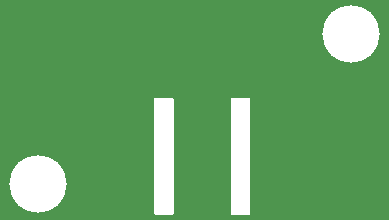
<source format=gbr>
G04 EAGLE Gerber RS-274X export*
G75*
%MOMM*%
%FSLAX34Y34*%
%LPD*%
%INSoldermask Bottom*%
%IPNEG*%
%AMOC8*
5,1,8,0,0,1.08239X$1,22.5*%
G01*
%ADD10C,0.851600*%
%ADD11C,4.851600*%

G36*
X204290Y-623D02*
X204290Y-623D01*
X204356Y-621D01*
X204399Y-603D01*
X204446Y-595D01*
X204503Y-561D01*
X204563Y-536D01*
X204598Y-505D01*
X204639Y-480D01*
X204681Y-429D01*
X204729Y-385D01*
X204751Y-343D01*
X204780Y-306D01*
X204801Y-244D01*
X204832Y-185D01*
X204840Y-131D01*
X204852Y-94D01*
X204851Y-54D01*
X204859Y0D01*
X204859Y97500D01*
X204848Y97565D01*
X204846Y97631D01*
X204828Y97674D01*
X204820Y97721D01*
X204786Y97778D01*
X204761Y97838D01*
X204730Y97873D01*
X204705Y97914D01*
X204654Y97956D01*
X204610Y98004D01*
X204568Y98026D01*
X204531Y98055D01*
X204469Y98076D01*
X204410Y98107D01*
X204356Y98115D01*
X204319Y98127D01*
X204279Y98126D01*
X204225Y98134D01*
X189225Y98134D01*
X189160Y98123D01*
X189094Y98121D01*
X189051Y98103D01*
X189004Y98095D01*
X188947Y98061D01*
X188887Y98036D01*
X188852Y98005D01*
X188811Y97980D01*
X188770Y97929D01*
X188721Y97885D01*
X188699Y97843D01*
X188670Y97806D01*
X188649Y97744D01*
X188618Y97685D01*
X188610Y97631D01*
X188598Y97594D01*
X188599Y97554D01*
X188591Y97500D01*
X188591Y0D01*
X188602Y-65D01*
X188604Y-131D01*
X188622Y-174D01*
X188630Y-221D01*
X188664Y-278D01*
X188689Y-338D01*
X188720Y-373D01*
X188745Y-414D01*
X188796Y-456D01*
X188840Y-504D01*
X188882Y-526D01*
X188919Y-555D01*
X188981Y-576D01*
X189040Y-607D01*
X189094Y-615D01*
X189131Y-627D01*
X189171Y-626D01*
X189225Y-634D01*
X204225Y-634D01*
X204290Y-623D01*
G37*
G36*
X139290Y-623D02*
X139290Y-623D01*
X139356Y-621D01*
X139399Y-603D01*
X139446Y-595D01*
X139503Y-561D01*
X139563Y-536D01*
X139598Y-505D01*
X139639Y-480D01*
X139681Y-429D01*
X139729Y-385D01*
X139751Y-343D01*
X139780Y-306D01*
X139801Y-244D01*
X139832Y-185D01*
X139840Y-131D01*
X139852Y-94D01*
X139851Y-54D01*
X139859Y0D01*
X139859Y97500D01*
X139848Y97565D01*
X139846Y97631D01*
X139828Y97674D01*
X139820Y97721D01*
X139786Y97778D01*
X139761Y97838D01*
X139730Y97873D01*
X139705Y97914D01*
X139654Y97956D01*
X139610Y98004D01*
X139568Y98026D01*
X139531Y98055D01*
X139469Y98076D01*
X139410Y98107D01*
X139356Y98115D01*
X139319Y98127D01*
X139279Y98126D01*
X139225Y98134D01*
X124225Y98134D01*
X124160Y98123D01*
X124094Y98121D01*
X124051Y98103D01*
X124004Y98095D01*
X123947Y98061D01*
X123887Y98036D01*
X123852Y98005D01*
X123811Y97980D01*
X123770Y97929D01*
X123721Y97885D01*
X123699Y97843D01*
X123670Y97806D01*
X123649Y97744D01*
X123618Y97685D01*
X123610Y97631D01*
X123598Y97594D01*
X123599Y97554D01*
X123591Y97500D01*
X123591Y0D01*
X123602Y-65D01*
X123604Y-131D01*
X123622Y-174D01*
X123630Y-221D01*
X123664Y-278D01*
X123689Y-338D01*
X123720Y-373D01*
X123745Y-414D01*
X123796Y-456D01*
X123840Y-504D01*
X123882Y-526D01*
X123919Y-555D01*
X123981Y-576D01*
X124040Y-607D01*
X124094Y-615D01*
X124131Y-627D01*
X124171Y-626D01*
X124225Y-634D01*
X139225Y-634D01*
X139290Y-623D01*
G37*
D10*
X131725Y27500D03*
X131725Y47500D03*
X131725Y67500D03*
X131725Y87500D03*
X196725Y27500D03*
X196725Y47500D03*
X196725Y67500D03*
X196725Y87500D03*
D11*
X25000Y25000D03*
X290000Y152500D03*
M02*

</source>
